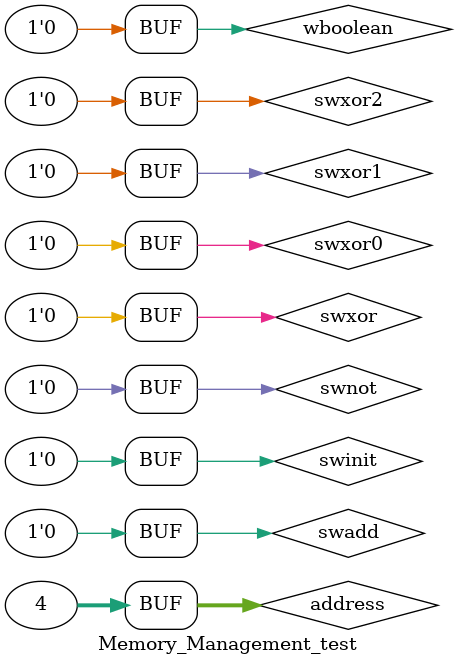
<source format=sv>
module Memory_Management_test();

	logic swxor2,swxor1,swxor0,swxor,swnot,swadd,swinit,wboolean;
	logic [31:0] address,wdata;
	logic [31:0] rdata;
	
	Memory_Management mm(swxor2,swxor1,swxor0,swxor,swnot,swadd,swinit,wboolean,address,wdata, rdata);
	
	initial begin
		swxor2=0;swxor1=0;swxor0=0;swxor=0;swnot=0;swadd=0;swinit=0;wboolean=0;address=0;wdata=0;#10;
		
		wdata=rdata; #10
		
		address='h100; wboolean=1; #10; 
		
		wboolean=0; #10;
		
		address='h004; #10;
		
	
	end
	
	
endmodule 
</source>
